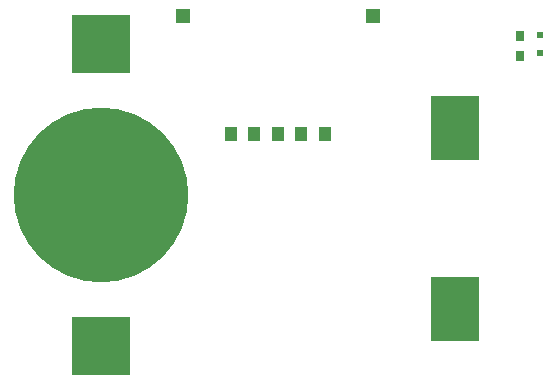
<source format=gbr>
G04 DipTrace 3.3.1.1*
G04 TopPaste.gbr*
%MOIN*%
G04 #@! TF.FileFunction,Paste,Top*
G04 #@! TF.Part,Single*
%ADD41R,0.03937X0.047244*%
%ADD43R,0.051181X0.047244*%
%ADD51R,0.031496X0.035433*%
%ADD53R,0.161417X0.216535*%
%ADD59C,0.582677*%
%ADD61R,0.192913X0.192913*%
%ADD65R,0.023622X0.023622*%
%FSLAX26Y26*%
G04*
G70*
G90*
G75*
G01*
G04 TopPaste*
%LPD*%
D65*
X2272638Y1948672D3*
Y1889617D3*
D61*
X807071Y913387D3*
D59*
Y1417324D3*
D61*
Y1921261D3*
D53*
X1988189Y1037403D3*
Y1639765D3*
D51*
X2203887Y1879923D3*
Y1946852D3*
D43*
X1714567Y2011812D3*
X1080709D3*
D41*
X1397638Y1618112D3*
X1476378D3*
X1318898D3*
X1240157D3*
X1555118D3*
M02*

</source>
